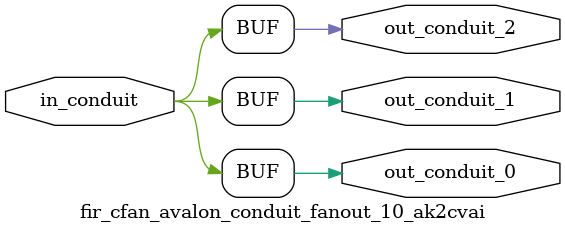
<source format=sv>


 


// --------------------------------------------------------------------------------
//| Avalon Conduit Fan-Out
// --------------------------------------------------------------------------------

// ------------------------------------------
// Generation parameters:
//   output_name:       fir_cfan_avalon_conduit_fanout_10_ak2cvai
//   numFanOut:         3
//   
// ------------------------------------------

module fir_cfan_avalon_conduit_fanout_10_ak2cvai (     

// Interface: out_conduit_0
 output                    out_conduit_0,
// Interface: out_conduit_1
 output                    out_conduit_1,
// Interface: out_conduit_2
 output                    out_conduit_2,

// Interface: in_conduit
 input                   in_conduit

);

   assign  out_conduit_0 = in_conduit;
   assign  out_conduit_1 = in_conduit;
   assign  out_conduit_2 = in_conduit;

endmodule //


</source>
